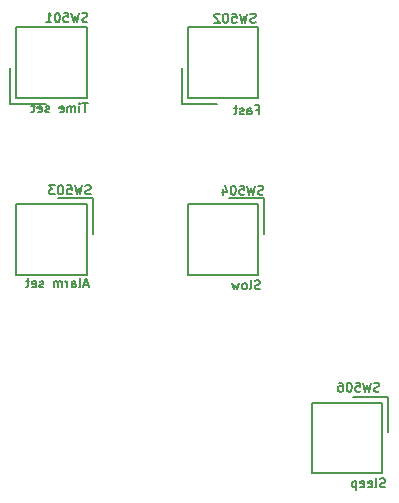
<source format=gbo>
G04 #@! TF.FileFunction,Legend,Bot*
%FSLAX46Y46*%
G04 Gerber Fmt 4.6, Leading zero omitted, Abs format (unit mm)*
G04 Created by KiCad (PCBNEW 0.201508140901+6091~28~ubuntu14.04.1-product) date Tue 27 Oct 2015 09:22:58 PM CET*
%MOMM*%
G01*
G04 APERTURE LIST*
%ADD10C,0.100000*%
%ADD11C,0.127000*%
%ADD12C,0.150000*%
%ADD13R,2.032000X2.032000*%
%ADD14O,2.032000X2.032000*%
%ADD15R,1.727200X1.727200*%
%ADD16O,1.727200X1.727200*%
%ADD17R,0.500000X0.700000*%
%ADD18R,0.200000X1.100000*%
%ADD19C,0.850000*%
%ADD20C,2.000000*%
%ADD21R,1.727200X2.032000*%
%ADD22O,1.727200X2.032000*%
%ADD23C,2.032000*%
G04 APERTURE END LIST*
D10*
D11*
X199738343Y-116437229D02*
X199629486Y-116473514D01*
X199448057Y-116473514D01*
X199375486Y-116437229D01*
X199339200Y-116400943D01*
X199302915Y-116328371D01*
X199302915Y-116255800D01*
X199339200Y-116183229D01*
X199375486Y-116146943D01*
X199448057Y-116110657D01*
X199593200Y-116074371D01*
X199665772Y-116038086D01*
X199702057Y-116001800D01*
X199738343Y-115929229D01*
X199738343Y-115856657D01*
X199702057Y-115784086D01*
X199665772Y-115747800D01*
X199593200Y-115711514D01*
X199411772Y-115711514D01*
X199302915Y-115747800D01*
X198867486Y-116473514D02*
X198940058Y-116437229D01*
X198976343Y-116364657D01*
X198976343Y-115711514D01*
X198286915Y-116437229D02*
X198359486Y-116473514D01*
X198504629Y-116473514D01*
X198577200Y-116437229D01*
X198613486Y-116364657D01*
X198613486Y-116074371D01*
X198577200Y-116001800D01*
X198504629Y-115965514D01*
X198359486Y-115965514D01*
X198286915Y-116001800D01*
X198250629Y-116074371D01*
X198250629Y-116146943D01*
X198613486Y-116219514D01*
X197633772Y-116437229D02*
X197706343Y-116473514D01*
X197851486Y-116473514D01*
X197924057Y-116437229D01*
X197960343Y-116364657D01*
X197960343Y-116074371D01*
X197924057Y-116001800D01*
X197851486Y-115965514D01*
X197706343Y-115965514D01*
X197633772Y-116001800D01*
X197597486Y-116074371D01*
X197597486Y-116146943D01*
X197960343Y-116219514D01*
X197270914Y-115965514D02*
X197270914Y-116727514D01*
X197270914Y-116001800D02*
X197198343Y-115965514D01*
X197053200Y-115965514D01*
X196980629Y-116001800D01*
X196944343Y-116038086D01*
X196908057Y-116110657D01*
X196908057Y-116328371D01*
X196944343Y-116400943D01*
X196980629Y-116437229D01*
X197053200Y-116473514D01*
X197198343Y-116473514D01*
X197270914Y-116437229D01*
X189121143Y-99673229D02*
X189012286Y-99709514D01*
X188830857Y-99709514D01*
X188758286Y-99673229D01*
X188722000Y-99636943D01*
X188685715Y-99564371D01*
X188685715Y-99491800D01*
X188722000Y-99419229D01*
X188758286Y-99382943D01*
X188830857Y-99346657D01*
X188976000Y-99310371D01*
X189048572Y-99274086D01*
X189084857Y-99237800D01*
X189121143Y-99165229D01*
X189121143Y-99092657D01*
X189084857Y-99020086D01*
X189048572Y-98983800D01*
X188976000Y-98947514D01*
X188794572Y-98947514D01*
X188685715Y-98983800D01*
X188250286Y-99709514D02*
X188322858Y-99673229D01*
X188359143Y-99600657D01*
X188359143Y-98947514D01*
X187851143Y-99709514D02*
X187923715Y-99673229D01*
X187960000Y-99636943D01*
X187996286Y-99564371D01*
X187996286Y-99346657D01*
X187960000Y-99274086D01*
X187923715Y-99237800D01*
X187851143Y-99201514D01*
X187742286Y-99201514D01*
X187669715Y-99237800D01*
X187633429Y-99274086D01*
X187597143Y-99346657D01*
X187597143Y-99564371D01*
X187633429Y-99636943D01*
X187669715Y-99673229D01*
X187742286Y-99709514D01*
X187851143Y-99709514D01*
X187343143Y-99201514D02*
X187198000Y-99709514D01*
X187052857Y-99346657D01*
X186907714Y-99709514D01*
X186762571Y-99201514D01*
X174595971Y-99339400D02*
X174233114Y-99339400D01*
X174668543Y-99557114D02*
X174414543Y-98795114D01*
X174160543Y-99557114D01*
X173797685Y-99557114D02*
X173870257Y-99520829D01*
X173906542Y-99448257D01*
X173906542Y-98795114D01*
X173180828Y-99557114D02*
X173180828Y-99157971D01*
X173217114Y-99085400D01*
X173289685Y-99049114D01*
X173434828Y-99049114D01*
X173507399Y-99085400D01*
X173180828Y-99520829D02*
X173253399Y-99557114D01*
X173434828Y-99557114D01*
X173507399Y-99520829D01*
X173543685Y-99448257D01*
X173543685Y-99375686D01*
X173507399Y-99303114D01*
X173434828Y-99266829D01*
X173253399Y-99266829D01*
X173180828Y-99230543D01*
X172817970Y-99557114D02*
X172817970Y-99049114D01*
X172817970Y-99194257D02*
X172781685Y-99121686D01*
X172745399Y-99085400D01*
X172672828Y-99049114D01*
X172600256Y-99049114D01*
X172346256Y-99557114D02*
X172346256Y-99049114D01*
X172346256Y-99121686D02*
X172309971Y-99085400D01*
X172237399Y-99049114D01*
X172128542Y-99049114D01*
X172055971Y-99085400D01*
X172019685Y-99157971D01*
X172019685Y-99557114D01*
X172019685Y-99157971D02*
X171983399Y-99085400D01*
X171910828Y-99049114D01*
X171801971Y-99049114D01*
X171729399Y-99085400D01*
X171693114Y-99157971D01*
X171693114Y-99557114D01*
X170785971Y-99520829D02*
X170713400Y-99557114D01*
X170568257Y-99557114D01*
X170495685Y-99520829D01*
X170459400Y-99448257D01*
X170459400Y-99411971D01*
X170495685Y-99339400D01*
X170568257Y-99303114D01*
X170677114Y-99303114D01*
X170749685Y-99266829D01*
X170785971Y-99194257D01*
X170785971Y-99157971D01*
X170749685Y-99085400D01*
X170677114Y-99049114D01*
X170568257Y-99049114D01*
X170495685Y-99085400D01*
X169842543Y-99520829D02*
X169915114Y-99557114D01*
X170060257Y-99557114D01*
X170132828Y-99520829D01*
X170169114Y-99448257D01*
X170169114Y-99157971D01*
X170132828Y-99085400D01*
X170060257Y-99049114D01*
X169915114Y-99049114D01*
X169842543Y-99085400D01*
X169806257Y-99157971D01*
X169806257Y-99230543D01*
X170169114Y-99303114D01*
X169588543Y-99049114D02*
X169298257Y-99049114D01*
X169479685Y-98795114D02*
X169479685Y-99448257D01*
X169443400Y-99520829D01*
X169370828Y-99557114D01*
X169298257Y-99557114D01*
X174537914Y-83961514D02*
X174102485Y-83961514D01*
X174320199Y-84723514D02*
X174320199Y-83961514D01*
X173848485Y-84723514D02*
X173848485Y-84215514D01*
X173848485Y-83961514D02*
X173884771Y-83997800D01*
X173848485Y-84034086D01*
X173812200Y-83997800D01*
X173848485Y-83961514D01*
X173848485Y-84034086D01*
X173485628Y-84723514D02*
X173485628Y-84215514D01*
X173485628Y-84288086D02*
X173449343Y-84251800D01*
X173376771Y-84215514D01*
X173267914Y-84215514D01*
X173195343Y-84251800D01*
X173159057Y-84324371D01*
X173159057Y-84723514D01*
X173159057Y-84324371D02*
X173122771Y-84251800D01*
X173050200Y-84215514D01*
X172941343Y-84215514D01*
X172868771Y-84251800D01*
X172832486Y-84324371D01*
X172832486Y-84723514D01*
X172179343Y-84687229D02*
X172251914Y-84723514D01*
X172397057Y-84723514D01*
X172469628Y-84687229D01*
X172505914Y-84614657D01*
X172505914Y-84324371D01*
X172469628Y-84251800D01*
X172397057Y-84215514D01*
X172251914Y-84215514D01*
X172179343Y-84251800D01*
X172143057Y-84324371D01*
X172143057Y-84396943D01*
X172505914Y-84469514D01*
X171272200Y-84687229D02*
X171199629Y-84723514D01*
X171054486Y-84723514D01*
X170981914Y-84687229D01*
X170945629Y-84614657D01*
X170945629Y-84578371D01*
X170981914Y-84505800D01*
X171054486Y-84469514D01*
X171163343Y-84469514D01*
X171235914Y-84433229D01*
X171272200Y-84360657D01*
X171272200Y-84324371D01*
X171235914Y-84251800D01*
X171163343Y-84215514D01*
X171054486Y-84215514D01*
X170981914Y-84251800D01*
X170328772Y-84687229D02*
X170401343Y-84723514D01*
X170546486Y-84723514D01*
X170619057Y-84687229D01*
X170655343Y-84614657D01*
X170655343Y-84324371D01*
X170619057Y-84251800D01*
X170546486Y-84215514D01*
X170401343Y-84215514D01*
X170328772Y-84251800D01*
X170292486Y-84324371D01*
X170292486Y-84396943D01*
X170655343Y-84469514D01*
X170074772Y-84215514D02*
X169784486Y-84215514D01*
X169965914Y-83961514D02*
X169965914Y-84614657D01*
X169929629Y-84687229D01*
X169857057Y-84723514D01*
X169784486Y-84723514D01*
X188798200Y-84502171D02*
X189052200Y-84502171D01*
X189052200Y-84901314D02*
X189052200Y-84139314D01*
X188689343Y-84139314D01*
X188072486Y-84901314D02*
X188072486Y-84502171D01*
X188108772Y-84429600D01*
X188181343Y-84393314D01*
X188326486Y-84393314D01*
X188399057Y-84429600D01*
X188072486Y-84865029D02*
X188145057Y-84901314D01*
X188326486Y-84901314D01*
X188399057Y-84865029D01*
X188435343Y-84792457D01*
X188435343Y-84719886D01*
X188399057Y-84647314D01*
X188326486Y-84611029D01*
X188145057Y-84611029D01*
X188072486Y-84574743D01*
X187745914Y-84865029D02*
X187673343Y-84901314D01*
X187528200Y-84901314D01*
X187455628Y-84865029D01*
X187419343Y-84792457D01*
X187419343Y-84756171D01*
X187455628Y-84683600D01*
X187528200Y-84647314D01*
X187637057Y-84647314D01*
X187709628Y-84611029D01*
X187745914Y-84538457D01*
X187745914Y-84502171D01*
X187709628Y-84429600D01*
X187637057Y-84393314D01*
X187528200Y-84393314D01*
X187455628Y-84429600D01*
X187201629Y-84393314D02*
X186911343Y-84393314D01*
X187092771Y-84139314D02*
X187092771Y-84792457D01*
X187056486Y-84865029D01*
X186983914Y-84901314D01*
X186911343Y-84901314D01*
D12*
X171000000Y-84000000D02*
X168000000Y-84000000D01*
X168000000Y-84000000D02*
X168000000Y-81000000D01*
X168500000Y-83500000D02*
X174500000Y-83500000D01*
X174500000Y-83500000D02*
X174500000Y-77500000D01*
X174500000Y-77500000D02*
X168500000Y-77500000D01*
X168500000Y-77500000D02*
X168500000Y-83500000D01*
X185500000Y-84000000D02*
X182500000Y-84000000D01*
X182500000Y-84000000D02*
X182500000Y-81000000D01*
X183000000Y-83500000D02*
X189000000Y-83500000D01*
X189000000Y-83500000D02*
X189000000Y-77500000D01*
X189000000Y-77500000D02*
X183000000Y-77500000D01*
X183000000Y-77500000D02*
X183000000Y-83500000D01*
X172000000Y-92000000D02*
X175000000Y-92000000D01*
X175000000Y-92000000D02*
X175000000Y-95000000D01*
X174500000Y-92500000D02*
X168500000Y-92500000D01*
X168500000Y-92500000D02*
X168500000Y-98500000D01*
X168500000Y-98500000D02*
X174500000Y-98500000D01*
X174500000Y-98500000D02*
X174500000Y-92500000D01*
X186500000Y-92000000D02*
X189500000Y-92000000D01*
X189500000Y-92000000D02*
X189500000Y-95000000D01*
X189000000Y-92500000D02*
X183000000Y-92500000D01*
X183000000Y-92500000D02*
X183000000Y-98500000D01*
X183000000Y-98500000D02*
X189000000Y-98500000D01*
X189000000Y-98500000D02*
X189000000Y-92500000D01*
X197000000Y-108800000D02*
X200000000Y-108800000D01*
X200000000Y-108800000D02*
X200000000Y-111800000D01*
X199500000Y-109300000D02*
X193500000Y-109300000D01*
X193500000Y-109300000D02*
X193500000Y-115300000D01*
X193500000Y-115300000D02*
X199500000Y-115300000D01*
X199500000Y-115300000D02*
X199500000Y-109300000D01*
D11*
X174512513Y-77041829D02*
X174403656Y-77078114D01*
X174222227Y-77078114D01*
X174149656Y-77041829D01*
X174113370Y-77005543D01*
X174077085Y-76932971D01*
X174077085Y-76860400D01*
X174113370Y-76787829D01*
X174149656Y-76751543D01*
X174222227Y-76715257D01*
X174367370Y-76678971D01*
X174439942Y-76642686D01*
X174476227Y-76606400D01*
X174512513Y-76533829D01*
X174512513Y-76461257D01*
X174476227Y-76388686D01*
X174439942Y-76352400D01*
X174367370Y-76316114D01*
X174185942Y-76316114D01*
X174077085Y-76352400D01*
X173823085Y-76316114D02*
X173641656Y-77078114D01*
X173496513Y-76533829D01*
X173351371Y-77078114D01*
X173169942Y-76316114D01*
X172516799Y-76316114D02*
X172879656Y-76316114D01*
X172915942Y-76678971D01*
X172879656Y-76642686D01*
X172807085Y-76606400D01*
X172625656Y-76606400D01*
X172553085Y-76642686D01*
X172516799Y-76678971D01*
X172480514Y-76751543D01*
X172480514Y-76932971D01*
X172516799Y-77005543D01*
X172553085Y-77041829D01*
X172625656Y-77078114D01*
X172807085Y-77078114D01*
X172879656Y-77041829D01*
X172915942Y-77005543D01*
X172008800Y-76316114D02*
X171936228Y-76316114D01*
X171863657Y-76352400D01*
X171827371Y-76388686D01*
X171791085Y-76461257D01*
X171754800Y-76606400D01*
X171754800Y-76787829D01*
X171791085Y-76932971D01*
X171827371Y-77005543D01*
X171863657Y-77041829D01*
X171936228Y-77078114D01*
X172008800Y-77078114D01*
X172081371Y-77041829D01*
X172117657Y-77005543D01*
X172153942Y-76932971D01*
X172190228Y-76787829D01*
X172190228Y-76606400D01*
X172153942Y-76461257D01*
X172117657Y-76388686D01*
X172081371Y-76352400D01*
X172008800Y-76316114D01*
X171029086Y-77078114D02*
X171464514Y-77078114D01*
X171246800Y-77078114D02*
X171246800Y-76316114D01*
X171319371Y-76424971D01*
X171391943Y-76497543D01*
X171464514Y-76533829D01*
X188761913Y-77092629D02*
X188653056Y-77128914D01*
X188471627Y-77128914D01*
X188399056Y-77092629D01*
X188362770Y-77056343D01*
X188326485Y-76983771D01*
X188326485Y-76911200D01*
X188362770Y-76838629D01*
X188399056Y-76802343D01*
X188471627Y-76766057D01*
X188616770Y-76729771D01*
X188689342Y-76693486D01*
X188725627Y-76657200D01*
X188761913Y-76584629D01*
X188761913Y-76512057D01*
X188725627Y-76439486D01*
X188689342Y-76403200D01*
X188616770Y-76366914D01*
X188435342Y-76366914D01*
X188326485Y-76403200D01*
X188072485Y-76366914D02*
X187891056Y-77128914D01*
X187745913Y-76584629D01*
X187600771Y-77128914D01*
X187419342Y-76366914D01*
X186766199Y-76366914D02*
X187129056Y-76366914D01*
X187165342Y-76729771D01*
X187129056Y-76693486D01*
X187056485Y-76657200D01*
X186875056Y-76657200D01*
X186802485Y-76693486D01*
X186766199Y-76729771D01*
X186729914Y-76802343D01*
X186729914Y-76983771D01*
X186766199Y-77056343D01*
X186802485Y-77092629D01*
X186875056Y-77128914D01*
X187056485Y-77128914D01*
X187129056Y-77092629D01*
X187165342Y-77056343D01*
X186258200Y-76366914D02*
X186185628Y-76366914D01*
X186113057Y-76403200D01*
X186076771Y-76439486D01*
X186040485Y-76512057D01*
X186004200Y-76657200D01*
X186004200Y-76838629D01*
X186040485Y-76983771D01*
X186076771Y-77056343D01*
X186113057Y-77092629D01*
X186185628Y-77128914D01*
X186258200Y-77128914D01*
X186330771Y-77092629D01*
X186367057Y-77056343D01*
X186403342Y-76983771D01*
X186439628Y-76838629D01*
X186439628Y-76657200D01*
X186403342Y-76512057D01*
X186367057Y-76439486D01*
X186330771Y-76403200D01*
X186258200Y-76366914D01*
X185713914Y-76439486D02*
X185677628Y-76403200D01*
X185605057Y-76366914D01*
X185423628Y-76366914D01*
X185351057Y-76403200D01*
X185314771Y-76439486D01*
X185278486Y-76512057D01*
X185278486Y-76584629D01*
X185314771Y-76693486D01*
X185750200Y-77128914D01*
X185278486Y-77128914D01*
X174791913Y-91646829D02*
X174683056Y-91683114D01*
X174501627Y-91683114D01*
X174429056Y-91646829D01*
X174392770Y-91610543D01*
X174356485Y-91537971D01*
X174356485Y-91465400D01*
X174392770Y-91392829D01*
X174429056Y-91356543D01*
X174501627Y-91320257D01*
X174646770Y-91283971D01*
X174719342Y-91247686D01*
X174755627Y-91211400D01*
X174791913Y-91138829D01*
X174791913Y-91066257D01*
X174755627Y-90993686D01*
X174719342Y-90957400D01*
X174646770Y-90921114D01*
X174465342Y-90921114D01*
X174356485Y-90957400D01*
X174102485Y-90921114D02*
X173921056Y-91683114D01*
X173775913Y-91138829D01*
X173630771Y-91683114D01*
X173449342Y-90921114D01*
X172796199Y-90921114D02*
X173159056Y-90921114D01*
X173195342Y-91283971D01*
X173159056Y-91247686D01*
X173086485Y-91211400D01*
X172905056Y-91211400D01*
X172832485Y-91247686D01*
X172796199Y-91283971D01*
X172759914Y-91356543D01*
X172759914Y-91537971D01*
X172796199Y-91610543D01*
X172832485Y-91646829D01*
X172905056Y-91683114D01*
X173086485Y-91683114D01*
X173159056Y-91646829D01*
X173195342Y-91610543D01*
X172288200Y-90921114D02*
X172215628Y-90921114D01*
X172143057Y-90957400D01*
X172106771Y-90993686D01*
X172070485Y-91066257D01*
X172034200Y-91211400D01*
X172034200Y-91392829D01*
X172070485Y-91537971D01*
X172106771Y-91610543D01*
X172143057Y-91646829D01*
X172215628Y-91683114D01*
X172288200Y-91683114D01*
X172360771Y-91646829D01*
X172397057Y-91610543D01*
X172433342Y-91537971D01*
X172469628Y-91392829D01*
X172469628Y-91211400D01*
X172433342Y-91066257D01*
X172397057Y-90993686D01*
X172360771Y-90957400D01*
X172288200Y-90921114D01*
X171780200Y-90921114D02*
X171308486Y-90921114D01*
X171562486Y-91211400D01*
X171453628Y-91211400D01*
X171381057Y-91247686D01*
X171344771Y-91283971D01*
X171308486Y-91356543D01*
X171308486Y-91537971D01*
X171344771Y-91610543D01*
X171381057Y-91646829D01*
X171453628Y-91683114D01*
X171671343Y-91683114D01*
X171743914Y-91646829D01*
X171780200Y-91610543D01*
X189396913Y-91672229D02*
X189288056Y-91708514D01*
X189106627Y-91708514D01*
X189034056Y-91672229D01*
X188997770Y-91635943D01*
X188961485Y-91563371D01*
X188961485Y-91490800D01*
X188997770Y-91418229D01*
X189034056Y-91381943D01*
X189106627Y-91345657D01*
X189251770Y-91309371D01*
X189324342Y-91273086D01*
X189360627Y-91236800D01*
X189396913Y-91164229D01*
X189396913Y-91091657D01*
X189360627Y-91019086D01*
X189324342Y-90982800D01*
X189251770Y-90946514D01*
X189070342Y-90946514D01*
X188961485Y-90982800D01*
X188707485Y-90946514D02*
X188526056Y-91708514D01*
X188380913Y-91164229D01*
X188235771Y-91708514D01*
X188054342Y-90946514D01*
X187401199Y-90946514D02*
X187764056Y-90946514D01*
X187800342Y-91309371D01*
X187764056Y-91273086D01*
X187691485Y-91236800D01*
X187510056Y-91236800D01*
X187437485Y-91273086D01*
X187401199Y-91309371D01*
X187364914Y-91381943D01*
X187364914Y-91563371D01*
X187401199Y-91635943D01*
X187437485Y-91672229D01*
X187510056Y-91708514D01*
X187691485Y-91708514D01*
X187764056Y-91672229D01*
X187800342Y-91635943D01*
X186893200Y-90946514D02*
X186820628Y-90946514D01*
X186748057Y-90982800D01*
X186711771Y-91019086D01*
X186675485Y-91091657D01*
X186639200Y-91236800D01*
X186639200Y-91418229D01*
X186675485Y-91563371D01*
X186711771Y-91635943D01*
X186748057Y-91672229D01*
X186820628Y-91708514D01*
X186893200Y-91708514D01*
X186965771Y-91672229D01*
X187002057Y-91635943D01*
X187038342Y-91563371D01*
X187074628Y-91418229D01*
X187074628Y-91236800D01*
X187038342Y-91091657D01*
X187002057Y-91019086D01*
X186965771Y-90982800D01*
X186893200Y-90946514D01*
X185986057Y-91200514D02*
X185986057Y-91708514D01*
X186167486Y-90910229D02*
X186348914Y-91454514D01*
X185877200Y-91454514D01*
X199226713Y-108334629D02*
X199117856Y-108370914D01*
X198936427Y-108370914D01*
X198863856Y-108334629D01*
X198827570Y-108298343D01*
X198791285Y-108225771D01*
X198791285Y-108153200D01*
X198827570Y-108080629D01*
X198863856Y-108044343D01*
X198936427Y-108008057D01*
X199081570Y-107971771D01*
X199154142Y-107935486D01*
X199190427Y-107899200D01*
X199226713Y-107826629D01*
X199226713Y-107754057D01*
X199190427Y-107681486D01*
X199154142Y-107645200D01*
X199081570Y-107608914D01*
X198900142Y-107608914D01*
X198791285Y-107645200D01*
X198537285Y-107608914D02*
X198355856Y-108370914D01*
X198210713Y-107826629D01*
X198065571Y-108370914D01*
X197884142Y-107608914D01*
X197230999Y-107608914D02*
X197593856Y-107608914D01*
X197630142Y-107971771D01*
X197593856Y-107935486D01*
X197521285Y-107899200D01*
X197339856Y-107899200D01*
X197267285Y-107935486D01*
X197230999Y-107971771D01*
X197194714Y-108044343D01*
X197194714Y-108225771D01*
X197230999Y-108298343D01*
X197267285Y-108334629D01*
X197339856Y-108370914D01*
X197521285Y-108370914D01*
X197593856Y-108334629D01*
X197630142Y-108298343D01*
X196723000Y-107608914D02*
X196650428Y-107608914D01*
X196577857Y-107645200D01*
X196541571Y-107681486D01*
X196505285Y-107754057D01*
X196469000Y-107899200D01*
X196469000Y-108080629D01*
X196505285Y-108225771D01*
X196541571Y-108298343D01*
X196577857Y-108334629D01*
X196650428Y-108370914D01*
X196723000Y-108370914D01*
X196795571Y-108334629D01*
X196831857Y-108298343D01*
X196868142Y-108225771D01*
X196904428Y-108080629D01*
X196904428Y-107899200D01*
X196868142Y-107754057D01*
X196831857Y-107681486D01*
X196795571Y-107645200D01*
X196723000Y-107608914D01*
X195815857Y-107608914D02*
X195961000Y-107608914D01*
X196033571Y-107645200D01*
X196069857Y-107681486D01*
X196142428Y-107790343D01*
X196178714Y-107935486D01*
X196178714Y-108225771D01*
X196142428Y-108298343D01*
X196106143Y-108334629D01*
X196033571Y-108370914D01*
X195888428Y-108370914D01*
X195815857Y-108334629D01*
X195779571Y-108298343D01*
X195743286Y-108225771D01*
X195743286Y-108044343D01*
X195779571Y-107971771D01*
X195815857Y-107935486D01*
X195888428Y-107899200D01*
X196033571Y-107899200D01*
X196106143Y-107935486D01*
X196142428Y-107971771D01*
X196178714Y-108044343D01*
%LPC*%
D13*
X148488400Y-67360800D03*
D14*
X145948400Y-67360800D03*
D15*
X180975000Y-107315000D03*
D16*
X180975000Y-109855000D03*
X178435000Y-107315000D03*
X178435000Y-109855000D03*
X175895000Y-107315000D03*
X175895000Y-109855000D03*
D17*
X169375000Y-82075000D03*
X173625000Y-82075000D03*
X169375000Y-78925000D03*
X173625000Y-78925000D03*
D18*
X173975000Y-82075000D03*
X169025000Y-82075000D03*
X169025000Y-78925000D03*
X173975000Y-78925000D03*
D17*
X183875000Y-82075000D03*
X188125000Y-82075000D03*
X183875000Y-78925000D03*
X188125000Y-78925000D03*
D18*
X188475000Y-82075000D03*
X183525000Y-82075000D03*
X183525000Y-78925000D03*
X188475000Y-78925000D03*
D17*
X173625000Y-93925000D03*
X169375000Y-93925000D03*
X173625000Y-97075000D03*
X169375000Y-97075000D03*
D18*
X169025000Y-93925000D03*
X173975000Y-93925000D03*
X173975000Y-97075000D03*
X169025000Y-97075000D03*
D17*
X188125000Y-93925000D03*
X183875000Y-93925000D03*
X188125000Y-97075000D03*
X183875000Y-97075000D03*
D18*
X183525000Y-93925000D03*
X188475000Y-93925000D03*
X188475000Y-97075000D03*
X183525000Y-97075000D03*
D19*
X162584000Y-102870000D03*
X165584000Y-102870000D03*
D17*
X198625000Y-110725000D03*
X194375000Y-110725000D03*
X198625000Y-113875000D03*
X194375000Y-113875000D03*
D18*
X194025000Y-110725000D03*
X198975000Y-110725000D03*
X198975000Y-113875000D03*
X194025000Y-113875000D03*
D13*
X163957000Y-85852000D03*
D14*
X161417000Y-85852000D03*
D20*
X159004000Y-72137000D03*
X156504000Y-75437000D03*
X161504000Y-75437000D03*
D21*
X175768000Y-114681000D03*
D22*
X178308000Y-114681000D03*
X180848000Y-114681000D03*
X183388000Y-114681000D03*
X185928000Y-114681000D03*
D23*
X120904000Y-74676000D03*
X123444000Y-74676000D03*
X125984000Y-74676000D03*
X128524000Y-74676000D03*
X131064000Y-74676000D03*
D13*
X133604000Y-74676000D03*
D23*
X133604000Y-105156000D03*
X131064000Y-105156000D03*
X128524000Y-105156000D03*
X125984000Y-105156000D03*
X123444000Y-105156000D03*
X120904000Y-105156000D03*
M02*

</source>
